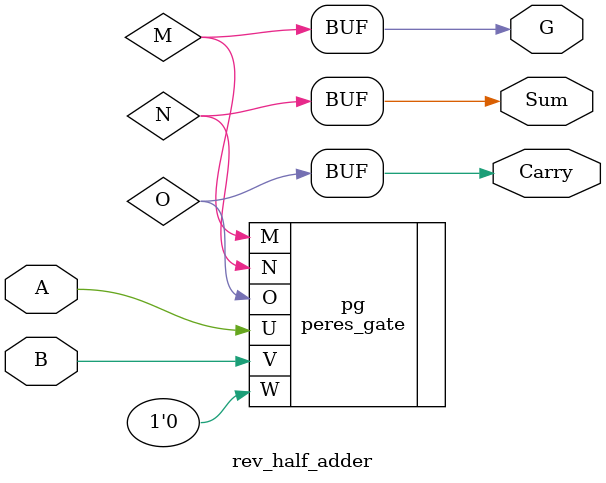
<source format=v>
module rev_half_adder (
    input  wire A,
    input  wire B,
    output wire Sum,
    output wire Carry,
    output wire G  
);

    wire M, N, O;   

    peres_gate pg (
        .U(A),
        .V(B),
        .W(1'b0),   
        .M(M),      
        .N(N),      
        .O(O)      
    );

    assign Sum   = N;
    assign Carry = O;
    assign G = M;

endmodule

</source>
